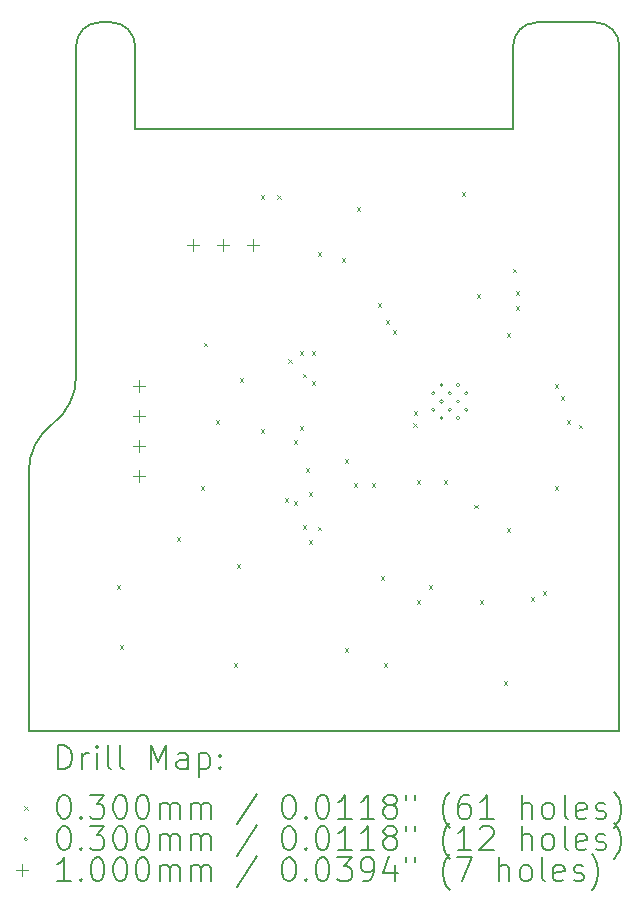
<source format=gbr>
%TF.GenerationSoftware,KiCad,Pcbnew,9.0.0-9.0.0-2~ubuntu24.04.1*%
%TF.CreationDate,2025-03-07T10:51:01+01:00*%
%TF.ProjectId,SensorBoard,53656e73-6f72-4426-9f61-72642e6b6963,rev?*%
%TF.SameCoordinates,Original*%
%TF.FileFunction,Drillmap*%
%TF.FilePolarity,Positive*%
%FSLAX45Y45*%
G04 Gerber Fmt 4.5, Leading zero omitted, Abs format (unit mm)*
G04 Created by KiCad (PCBNEW 9.0.0-9.0.0-2~ubuntu24.04.1) date 2025-03-07 10:51:01*
%MOMM*%
%LPD*%
G01*
G04 APERTURE LIST*
%ADD10C,0.200000*%
%ADD11C,0.100000*%
G04 APERTURE END LIST*
D10*
X18629500Y-8147000D02*
G75*
G02*
X18829500Y-8347000I0J-200000D01*
G01*
X14229500Y-8347000D02*
X14229500Y-11147000D01*
X18129500Y-8147000D02*
X18629500Y-8147000D01*
X18829500Y-8347000D02*
X18829500Y-14147000D01*
X14529500Y-8147000D02*
X14429500Y-8147000D01*
X18829500Y-14147000D02*
X13829500Y-14147000D01*
X14229500Y-11147000D02*
G75*
G02*
X14029500Y-11547000I-500000J0D01*
G01*
X17929500Y-8347000D02*
G75*
G02*
X18129500Y-8147000I200000J0D01*
G01*
X14529500Y-8147000D02*
G75*
G02*
X14729500Y-8347000I0J-200000D01*
G01*
X13829500Y-11947000D02*
X13829500Y-14147000D01*
X13829500Y-11947000D02*
G75*
G02*
X14029500Y-11547000I500000J0D01*
G01*
X14729500Y-9047000D02*
X17929500Y-9047000D01*
X17929500Y-9047000D02*
X17929500Y-8347000D01*
X14229500Y-8347000D02*
G75*
G02*
X14429500Y-8147000I200000J0D01*
G01*
X14729500Y-8347000D02*
X14729500Y-9047000D01*
D11*
X14572700Y-12912800D02*
X14602700Y-12942800D01*
X14602700Y-12912800D02*
X14572700Y-12942800D01*
X14598100Y-13420800D02*
X14628100Y-13450800D01*
X14628100Y-13420800D02*
X14598100Y-13450800D01*
X15080700Y-12506400D02*
X15110700Y-12536400D01*
X15110700Y-12506400D02*
X15080700Y-12536400D01*
X15283900Y-12074600D02*
X15313900Y-12104600D01*
X15313900Y-12074600D02*
X15283900Y-12104600D01*
X15312800Y-10856950D02*
X15342800Y-10886950D01*
X15342800Y-10856950D02*
X15312800Y-10886950D01*
X15410900Y-11515800D02*
X15440900Y-11545800D01*
X15440900Y-11515800D02*
X15410900Y-11545800D01*
X15563300Y-13573200D02*
X15593300Y-13603200D01*
X15593300Y-13573200D02*
X15563300Y-13603200D01*
X15588700Y-12735000D02*
X15618700Y-12765000D01*
X15618700Y-12735000D02*
X15588700Y-12765000D01*
X15614100Y-11160200D02*
X15644100Y-11190200D01*
X15644100Y-11160200D02*
X15614100Y-11190200D01*
X15791900Y-9610800D02*
X15821900Y-9640800D01*
X15821900Y-9610800D02*
X15791900Y-9640800D01*
X15791900Y-11592000D02*
X15821900Y-11622000D01*
X15821900Y-11592000D02*
X15791900Y-11622000D01*
X15931500Y-9610800D02*
X15961500Y-9640800D01*
X15961500Y-9610800D02*
X15931500Y-9640800D01*
X15995100Y-12176200D02*
X16025100Y-12206200D01*
X16025100Y-12176200D02*
X15995100Y-12206200D01*
X16026200Y-10996850D02*
X16056200Y-11026850D01*
X16056200Y-10996850D02*
X16026200Y-11026850D01*
X16071300Y-11684673D02*
X16101300Y-11714673D01*
X16101300Y-11684673D02*
X16071300Y-11714673D01*
X16071300Y-12201600D02*
X16101300Y-12231600D01*
X16101300Y-12201600D02*
X16071300Y-12231600D01*
X16122100Y-10931600D02*
X16152100Y-10961600D01*
X16152100Y-10931600D02*
X16122100Y-10961600D01*
X16122100Y-11566600D02*
X16152100Y-11596600D01*
X16152100Y-11566600D02*
X16122100Y-11596600D01*
X16147500Y-11121850D02*
X16177500Y-11151850D01*
X16177500Y-11121850D02*
X16147500Y-11151850D01*
X16147500Y-12404800D02*
X16177500Y-12434800D01*
X16177500Y-12404800D02*
X16147500Y-12434800D01*
X16172900Y-11922200D02*
X16202900Y-11952200D01*
X16202900Y-11922200D02*
X16172900Y-11952200D01*
X16198300Y-12125400D02*
X16228300Y-12155400D01*
X16228300Y-12125400D02*
X16198300Y-12155400D01*
X16198300Y-12531800D02*
X16228300Y-12561800D01*
X16228300Y-12531800D02*
X16198300Y-12561800D01*
X16223700Y-10931600D02*
X16253700Y-10961600D01*
X16253700Y-10931600D02*
X16223700Y-10961600D01*
X16223700Y-11185600D02*
X16253700Y-11215600D01*
X16253700Y-11185600D02*
X16223700Y-11215600D01*
X16274500Y-10093300D02*
X16304500Y-10123300D01*
X16304500Y-10093300D02*
X16274500Y-10123300D01*
X16274500Y-12417500D02*
X16304500Y-12447500D01*
X16304500Y-12417500D02*
X16274500Y-12447500D01*
X16477700Y-10144200D02*
X16507700Y-10174200D01*
X16507700Y-10144200D02*
X16477700Y-10174200D01*
X16503100Y-11846000D02*
X16533100Y-11876000D01*
X16533100Y-11846000D02*
X16503100Y-11876000D01*
X16503100Y-13446200D02*
X16533100Y-13476200D01*
X16533100Y-13446200D02*
X16503100Y-13476200D01*
X16579300Y-12049200D02*
X16609300Y-12079200D01*
X16609300Y-12049200D02*
X16579300Y-12079200D01*
X16604700Y-9712400D02*
X16634700Y-9742400D01*
X16634700Y-9712400D02*
X16604700Y-9742400D01*
X16731700Y-12049200D02*
X16761700Y-12079200D01*
X16761700Y-12049200D02*
X16731700Y-12079200D01*
X16782500Y-10525200D02*
X16812500Y-10555200D01*
X16812500Y-10525200D02*
X16782500Y-10555200D01*
X16807900Y-12836600D02*
X16837900Y-12866600D01*
X16837900Y-12836600D02*
X16807900Y-12866600D01*
X16833300Y-13573200D02*
X16863300Y-13603200D01*
X16863300Y-13573200D02*
X16833300Y-13603200D01*
X16850732Y-10668400D02*
X16880732Y-10698400D01*
X16880732Y-10668400D02*
X16850732Y-10698400D01*
X16909500Y-10753800D02*
X16939500Y-10783800D01*
X16939500Y-10753800D02*
X16909500Y-10783800D01*
X17085800Y-11541200D02*
X17115800Y-11571200D01*
X17115800Y-11541200D02*
X17085800Y-11571200D01*
X17087300Y-11439600D02*
X17117300Y-11469600D01*
X17117300Y-11439600D02*
X17087300Y-11469600D01*
X17112700Y-12023800D02*
X17142700Y-12053800D01*
X17142700Y-12023800D02*
X17112700Y-12053800D01*
X17112700Y-13039800D02*
X17142700Y-13069800D01*
X17142700Y-13039800D02*
X17112700Y-13069800D01*
X17214300Y-12912800D02*
X17244300Y-12942800D01*
X17244300Y-12912800D02*
X17214300Y-12942800D01*
X17341300Y-12023800D02*
X17371300Y-12053800D01*
X17371300Y-12023800D02*
X17341300Y-12053800D01*
X17493700Y-9585400D02*
X17523700Y-9615400D01*
X17523700Y-9585400D02*
X17493700Y-9615400D01*
X17599627Y-12231326D02*
X17629627Y-12261326D01*
X17629627Y-12231326D02*
X17599627Y-12261326D01*
X17620700Y-10449000D02*
X17650700Y-10479000D01*
X17650700Y-10449000D02*
X17620700Y-10479000D01*
X17646100Y-13039800D02*
X17676100Y-13069800D01*
X17676100Y-13039800D02*
X17646100Y-13069800D01*
X17849300Y-13725600D02*
X17879300Y-13755600D01*
X17879300Y-13725600D02*
X17849300Y-13755600D01*
X17874700Y-10779200D02*
X17904700Y-10809200D01*
X17904700Y-10779200D02*
X17874700Y-10809200D01*
X17874700Y-12430200D02*
X17904700Y-12460200D01*
X17904700Y-12430200D02*
X17874700Y-12460200D01*
X17925500Y-10233100D02*
X17955500Y-10263100D01*
X17955500Y-10233100D02*
X17925500Y-10263100D01*
X17950900Y-10423600D02*
X17980900Y-10453600D01*
X17980900Y-10423600D02*
X17950900Y-10453600D01*
X17950900Y-10550600D02*
X17980900Y-10580600D01*
X17980900Y-10550600D02*
X17950900Y-10580600D01*
X18077900Y-13014400D02*
X18107900Y-13044400D01*
X18107900Y-13014400D02*
X18077900Y-13044400D01*
X18179500Y-12963600D02*
X18209500Y-12993600D01*
X18209500Y-12963600D02*
X18179500Y-12993600D01*
X18281100Y-11211000D02*
X18311100Y-11241000D01*
X18311100Y-11211000D02*
X18281100Y-11241000D01*
X18281100Y-12074600D02*
X18311100Y-12104600D01*
X18311100Y-12074600D02*
X18281100Y-12104600D01*
X18331900Y-11312600D02*
X18361900Y-11342600D01*
X18361900Y-11312600D02*
X18331900Y-11342600D01*
X18382700Y-11515800D02*
X18412700Y-11545800D01*
X18412700Y-11515800D02*
X18382700Y-11545800D01*
X18485800Y-11553806D02*
X18515800Y-11583806D01*
X18515800Y-11553806D02*
X18485800Y-11583806D01*
X17268300Y-11285600D02*
G75*
G02*
X17238300Y-11285600I-15000J0D01*
G01*
X17238300Y-11285600D02*
G75*
G02*
X17268300Y-11285600I15000J0D01*
G01*
X17268300Y-11425600D02*
G75*
G02*
X17238300Y-11425600I-15000J0D01*
G01*
X17238300Y-11425600D02*
G75*
G02*
X17268300Y-11425600I15000J0D01*
G01*
X17338300Y-11215600D02*
G75*
G02*
X17308300Y-11215600I-15000J0D01*
G01*
X17308300Y-11215600D02*
G75*
G02*
X17338300Y-11215600I15000J0D01*
G01*
X17338300Y-11355600D02*
G75*
G02*
X17308300Y-11355600I-15000J0D01*
G01*
X17308300Y-11355600D02*
G75*
G02*
X17338300Y-11355600I15000J0D01*
G01*
X17338300Y-11495600D02*
G75*
G02*
X17308300Y-11495600I-15000J0D01*
G01*
X17308300Y-11495600D02*
G75*
G02*
X17338300Y-11495600I15000J0D01*
G01*
X17408300Y-11285600D02*
G75*
G02*
X17378300Y-11285600I-15000J0D01*
G01*
X17378300Y-11285600D02*
G75*
G02*
X17408300Y-11285600I15000J0D01*
G01*
X17408300Y-11425600D02*
G75*
G02*
X17378300Y-11425600I-15000J0D01*
G01*
X17378300Y-11425600D02*
G75*
G02*
X17408300Y-11425600I15000J0D01*
G01*
X17478300Y-11215600D02*
G75*
G02*
X17448300Y-11215600I-15000J0D01*
G01*
X17448300Y-11215600D02*
G75*
G02*
X17478300Y-11215600I15000J0D01*
G01*
X17478300Y-11355600D02*
G75*
G02*
X17448300Y-11355600I-15000J0D01*
G01*
X17448300Y-11355600D02*
G75*
G02*
X17478300Y-11355600I15000J0D01*
G01*
X17478300Y-11495600D02*
G75*
G02*
X17448300Y-11495600I-15000J0D01*
G01*
X17448300Y-11495600D02*
G75*
G02*
X17478300Y-11495600I15000J0D01*
G01*
X17548300Y-11285600D02*
G75*
G02*
X17518300Y-11285600I-15000J0D01*
G01*
X17518300Y-11285600D02*
G75*
G02*
X17548300Y-11285600I15000J0D01*
G01*
X17548300Y-11425600D02*
G75*
G02*
X17518300Y-11425600I-15000J0D01*
G01*
X17518300Y-11425600D02*
G75*
G02*
X17548300Y-11425600I15000J0D01*
G01*
X14765500Y-11177000D02*
X14765500Y-11277000D01*
X14715500Y-11227000D02*
X14815500Y-11227000D01*
X14765500Y-11431000D02*
X14765500Y-11531000D01*
X14715500Y-11481000D02*
X14815500Y-11481000D01*
X14765500Y-11685000D02*
X14765500Y-11785000D01*
X14715500Y-11735000D02*
X14815500Y-11735000D01*
X14765500Y-11939000D02*
X14765500Y-12039000D01*
X14715500Y-11989000D02*
X14815500Y-11989000D01*
X15222700Y-9982200D02*
X15222700Y-10082200D01*
X15172700Y-10032200D02*
X15272700Y-10032200D01*
X15476700Y-9982200D02*
X15476700Y-10082200D01*
X15426700Y-10032200D02*
X15526700Y-10032200D01*
X15730700Y-9982200D02*
X15730700Y-10082200D01*
X15680700Y-10032200D02*
X15780700Y-10032200D01*
D10*
X14080277Y-14468484D02*
X14080277Y-14268484D01*
X14080277Y-14268484D02*
X14127896Y-14268484D01*
X14127896Y-14268484D02*
X14156467Y-14278008D01*
X14156467Y-14278008D02*
X14175515Y-14297055D01*
X14175515Y-14297055D02*
X14185039Y-14316103D01*
X14185039Y-14316103D02*
X14194562Y-14354198D01*
X14194562Y-14354198D02*
X14194562Y-14382769D01*
X14194562Y-14382769D02*
X14185039Y-14420865D01*
X14185039Y-14420865D02*
X14175515Y-14439912D01*
X14175515Y-14439912D02*
X14156467Y-14458960D01*
X14156467Y-14458960D02*
X14127896Y-14468484D01*
X14127896Y-14468484D02*
X14080277Y-14468484D01*
X14280277Y-14468484D02*
X14280277Y-14335150D01*
X14280277Y-14373246D02*
X14289801Y-14354198D01*
X14289801Y-14354198D02*
X14299324Y-14344674D01*
X14299324Y-14344674D02*
X14318372Y-14335150D01*
X14318372Y-14335150D02*
X14337420Y-14335150D01*
X14404086Y-14468484D02*
X14404086Y-14335150D01*
X14404086Y-14268484D02*
X14394562Y-14278008D01*
X14394562Y-14278008D02*
X14404086Y-14287531D01*
X14404086Y-14287531D02*
X14413610Y-14278008D01*
X14413610Y-14278008D02*
X14404086Y-14268484D01*
X14404086Y-14268484D02*
X14404086Y-14287531D01*
X14527896Y-14468484D02*
X14508848Y-14458960D01*
X14508848Y-14458960D02*
X14499324Y-14439912D01*
X14499324Y-14439912D02*
X14499324Y-14268484D01*
X14632658Y-14468484D02*
X14613610Y-14458960D01*
X14613610Y-14458960D02*
X14604086Y-14439912D01*
X14604086Y-14439912D02*
X14604086Y-14268484D01*
X14861229Y-14468484D02*
X14861229Y-14268484D01*
X14861229Y-14268484D02*
X14927896Y-14411341D01*
X14927896Y-14411341D02*
X14994562Y-14268484D01*
X14994562Y-14268484D02*
X14994562Y-14468484D01*
X15175515Y-14468484D02*
X15175515Y-14363722D01*
X15175515Y-14363722D02*
X15165991Y-14344674D01*
X15165991Y-14344674D02*
X15146943Y-14335150D01*
X15146943Y-14335150D02*
X15108848Y-14335150D01*
X15108848Y-14335150D02*
X15089801Y-14344674D01*
X15175515Y-14458960D02*
X15156467Y-14468484D01*
X15156467Y-14468484D02*
X15108848Y-14468484D01*
X15108848Y-14468484D02*
X15089801Y-14458960D01*
X15089801Y-14458960D02*
X15080277Y-14439912D01*
X15080277Y-14439912D02*
X15080277Y-14420865D01*
X15080277Y-14420865D02*
X15089801Y-14401817D01*
X15089801Y-14401817D02*
X15108848Y-14392293D01*
X15108848Y-14392293D02*
X15156467Y-14392293D01*
X15156467Y-14392293D02*
X15175515Y-14382769D01*
X15270753Y-14335150D02*
X15270753Y-14535150D01*
X15270753Y-14344674D02*
X15289801Y-14335150D01*
X15289801Y-14335150D02*
X15327896Y-14335150D01*
X15327896Y-14335150D02*
X15346943Y-14344674D01*
X15346943Y-14344674D02*
X15356467Y-14354198D01*
X15356467Y-14354198D02*
X15365991Y-14373246D01*
X15365991Y-14373246D02*
X15365991Y-14430388D01*
X15365991Y-14430388D02*
X15356467Y-14449436D01*
X15356467Y-14449436D02*
X15346943Y-14458960D01*
X15346943Y-14458960D02*
X15327896Y-14468484D01*
X15327896Y-14468484D02*
X15289801Y-14468484D01*
X15289801Y-14468484D02*
X15270753Y-14458960D01*
X15451705Y-14449436D02*
X15461229Y-14458960D01*
X15461229Y-14458960D02*
X15451705Y-14468484D01*
X15451705Y-14468484D02*
X15442182Y-14458960D01*
X15442182Y-14458960D02*
X15451705Y-14449436D01*
X15451705Y-14449436D02*
X15451705Y-14468484D01*
X15451705Y-14344674D02*
X15461229Y-14354198D01*
X15461229Y-14354198D02*
X15451705Y-14363722D01*
X15451705Y-14363722D02*
X15442182Y-14354198D01*
X15442182Y-14354198D02*
X15451705Y-14344674D01*
X15451705Y-14344674D02*
X15451705Y-14363722D01*
D11*
X13789500Y-14782000D02*
X13819500Y-14812000D01*
X13819500Y-14782000D02*
X13789500Y-14812000D01*
D10*
X14118372Y-14688484D02*
X14137420Y-14688484D01*
X14137420Y-14688484D02*
X14156467Y-14698008D01*
X14156467Y-14698008D02*
X14165991Y-14707531D01*
X14165991Y-14707531D02*
X14175515Y-14726579D01*
X14175515Y-14726579D02*
X14185039Y-14764674D01*
X14185039Y-14764674D02*
X14185039Y-14812293D01*
X14185039Y-14812293D02*
X14175515Y-14850388D01*
X14175515Y-14850388D02*
X14165991Y-14869436D01*
X14165991Y-14869436D02*
X14156467Y-14878960D01*
X14156467Y-14878960D02*
X14137420Y-14888484D01*
X14137420Y-14888484D02*
X14118372Y-14888484D01*
X14118372Y-14888484D02*
X14099324Y-14878960D01*
X14099324Y-14878960D02*
X14089801Y-14869436D01*
X14089801Y-14869436D02*
X14080277Y-14850388D01*
X14080277Y-14850388D02*
X14070753Y-14812293D01*
X14070753Y-14812293D02*
X14070753Y-14764674D01*
X14070753Y-14764674D02*
X14080277Y-14726579D01*
X14080277Y-14726579D02*
X14089801Y-14707531D01*
X14089801Y-14707531D02*
X14099324Y-14698008D01*
X14099324Y-14698008D02*
X14118372Y-14688484D01*
X14270753Y-14869436D02*
X14280277Y-14878960D01*
X14280277Y-14878960D02*
X14270753Y-14888484D01*
X14270753Y-14888484D02*
X14261229Y-14878960D01*
X14261229Y-14878960D02*
X14270753Y-14869436D01*
X14270753Y-14869436D02*
X14270753Y-14888484D01*
X14346943Y-14688484D02*
X14470753Y-14688484D01*
X14470753Y-14688484D02*
X14404086Y-14764674D01*
X14404086Y-14764674D02*
X14432658Y-14764674D01*
X14432658Y-14764674D02*
X14451705Y-14774198D01*
X14451705Y-14774198D02*
X14461229Y-14783722D01*
X14461229Y-14783722D02*
X14470753Y-14802769D01*
X14470753Y-14802769D02*
X14470753Y-14850388D01*
X14470753Y-14850388D02*
X14461229Y-14869436D01*
X14461229Y-14869436D02*
X14451705Y-14878960D01*
X14451705Y-14878960D02*
X14432658Y-14888484D01*
X14432658Y-14888484D02*
X14375515Y-14888484D01*
X14375515Y-14888484D02*
X14356467Y-14878960D01*
X14356467Y-14878960D02*
X14346943Y-14869436D01*
X14594562Y-14688484D02*
X14613610Y-14688484D01*
X14613610Y-14688484D02*
X14632658Y-14698008D01*
X14632658Y-14698008D02*
X14642182Y-14707531D01*
X14642182Y-14707531D02*
X14651705Y-14726579D01*
X14651705Y-14726579D02*
X14661229Y-14764674D01*
X14661229Y-14764674D02*
X14661229Y-14812293D01*
X14661229Y-14812293D02*
X14651705Y-14850388D01*
X14651705Y-14850388D02*
X14642182Y-14869436D01*
X14642182Y-14869436D02*
X14632658Y-14878960D01*
X14632658Y-14878960D02*
X14613610Y-14888484D01*
X14613610Y-14888484D02*
X14594562Y-14888484D01*
X14594562Y-14888484D02*
X14575515Y-14878960D01*
X14575515Y-14878960D02*
X14565991Y-14869436D01*
X14565991Y-14869436D02*
X14556467Y-14850388D01*
X14556467Y-14850388D02*
X14546943Y-14812293D01*
X14546943Y-14812293D02*
X14546943Y-14764674D01*
X14546943Y-14764674D02*
X14556467Y-14726579D01*
X14556467Y-14726579D02*
X14565991Y-14707531D01*
X14565991Y-14707531D02*
X14575515Y-14698008D01*
X14575515Y-14698008D02*
X14594562Y-14688484D01*
X14785039Y-14688484D02*
X14804086Y-14688484D01*
X14804086Y-14688484D02*
X14823134Y-14698008D01*
X14823134Y-14698008D02*
X14832658Y-14707531D01*
X14832658Y-14707531D02*
X14842182Y-14726579D01*
X14842182Y-14726579D02*
X14851705Y-14764674D01*
X14851705Y-14764674D02*
X14851705Y-14812293D01*
X14851705Y-14812293D02*
X14842182Y-14850388D01*
X14842182Y-14850388D02*
X14832658Y-14869436D01*
X14832658Y-14869436D02*
X14823134Y-14878960D01*
X14823134Y-14878960D02*
X14804086Y-14888484D01*
X14804086Y-14888484D02*
X14785039Y-14888484D01*
X14785039Y-14888484D02*
X14765991Y-14878960D01*
X14765991Y-14878960D02*
X14756467Y-14869436D01*
X14756467Y-14869436D02*
X14746943Y-14850388D01*
X14746943Y-14850388D02*
X14737420Y-14812293D01*
X14737420Y-14812293D02*
X14737420Y-14764674D01*
X14737420Y-14764674D02*
X14746943Y-14726579D01*
X14746943Y-14726579D02*
X14756467Y-14707531D01*
X14756467Y-14707531D02*
X14765991Y-14698008D01*
X14765991Y-14698008D02*
X14785039Y-14688484D01*
X14937420Y-14888484D02*
X14937420Y-14755150D01*
X14937420Y-14774198D02*
X14946943Y-14764674D01*
X14946943Y-14764674D02*
X14965991Y-14755150D01*
X14965991Y-14755150D02*
X14994563Y-14755150D01*
X14994563Y-14755150D02*
X15013610Y-14764674D01*
X15013610Y-14764674D02*
X15023134Y-14783722D01*
X15023134Y-14783722D02*
X15023134Y-14888484D01*
X15023134Y-14783722D02*
X15032658Y-14764674D01*
X15032658Y-14764674D02*
X15051705Y-14755150D01*
X15051705Y-14755150D02*
X15080277Y-14755150D01*
X15080277Y-14755150D02*
X15099324Y-14764674D01*
X15099324Y-14764674D02*
X15108848Y-14783722D01*
X15108848Y-14783722D02*
X15108848Y-14888484D01*
X15204086Y-14888484D02*
X15204086Y-14755150D01*
X15204086Y-14774198D02*
X15213610Y-14764674D01*
X15213610Y-14764674D02*
X15232658Y-14755150D01*
X15232658Y-14755150D02*
X15261229Y-14755150D01*
X15261229Y-14755150D02*
X15280277Y-14764674D01*
X15280277Y-14764674D02*
X15289801Y-14783722D01*
X15289801Y-14783722D02*
X15289801Y-14888484D01*
X15289801Y-14783722D02*
X15299324Y-14764674D01*
X15299324Y-14764674D02*
X15318372Y-14755150D01*
X15318372Y-14755150D02*
X15346943Y-14755150D01*
X15346943Y-14755150D02*
X15365991Y-14764674D01*
X15365991Y-14764674D02*
X15375515Y-14783722D01*
X15375515Y-14783722D02*
X15375515Y-14888484D01*
X15765991Y-14678960D02*
X15594563Y-14936103D01*
X16023134Y-14688484D02*
X16042182Y-14688484D01*
X16042182Y-14688484D02*
X16061229Y-14698008D01*
X16061229Y-14698008D02*
X16070753Y-14707531D01*
X16070753Y-14707531D02*
X16080277Y-14726579D01*
X16080277Y-14726579D02*
X16089801Y-14764674D01*
X16089801Y-14764674D02*
X16089801Y-14812293D01*
X16089801Y-14812293D02*
X16080277Y-14850388D01*
X16080277Y-14850388D02*
X16070753Y-14869436D01*
X16070753Y-14869436D02*
X16061229Y-14878960D01*
X16061229Y-14878960D02*
X16042182Y-14888484D01*
X16042182Y-14888484D02*
X16023134Y-14888484D01*
X16023134Y-14888484D02*
X16004086Y-14878960D01*
X16004086Y-14878960D02*
X15994563Y-14869436D01*
X15994563Y-14869436D02*
X15985039Y-14850388D01*
X15985039Y-14850388D02*
X15975515Y-14812293D01*
X15975515Y-14812293D02*
X15975515Y-14764674D01*
X15975515Y-14764674D02*
X15985039Y-14726579D01*
X15985039Y-14726579D02*
X15994563Y-14707531D01*
X15994563Y-14707531D02*
X16004086Y-14698008D01*
X16004086Y-14698008D02*
X16023134Y-14688484D01*
X16175515Y-14869436D02*
X16185039Y-14878960D01*
X16185039Y-14878960D02*
X16175515Y-14888484D01*
X16175515Y-14888484D02*
X16165991Y-14878960D01*
X16165991Y-14878960D02*
X16175515Y-14869436D01*
X16175515Y-14869436D02*
X16175515Y-14888484D01*
X16308848Y-14688484D02*
X16327896Y-14688484D01*
X16327896Y-14688484D02*
X16346944Y-14698008D01*
X16346944Y-14698008D02*
X16356467Y-14707531D01*
X16356467Y-14707531D02*
X16365991Y-14726579D01*
X16365991Y-14726579D02*
X16375515Y-14764674D01*
X16375515Y-14764674D02*
X16375515Y-14812293D01*
X16375515Y-14812293D02*
X16365991Y-14850388D01*
X16365991Y-14850388D02*
X16356467Y-14869436D01*
X16356467Y-14869436D02*
X16346944Y-14878960D01*
X16346944Y-14878960D02*
X16327896Y-14888484D01*
X16327896Y-14888484D02*
X16308848Y-14888484D01*
X16308848Y-14888484D02*
X16289801Y-14878960D01*
X16289801Y-14878960D02*
X16280277Y-14869436D01*
X16280277Y-14869436D02*
X16270753Y-14850388D01*
X16270753Y-14850388D02*
X16261229Y-14812293D01*
X16261229Y-14812293D02*
X16261229Y-14764674D01*
X16261229Y-14764674D02*
X16270753Y-14726579D01*
X16270753Y-14726579D02*
X16280277Y-14707531D01*
X16280277Y-14707531D02*
X16289801Y-14698008D01*
X16289801Y-14698008D02*
X16308848Y-14688484D01*
X16565991Y-14888484D02*
X16451706Y-14888484D01*
X16508848Y-14888484D02*
X16508848Y-14688484D01*
X16508848Y-14688484D02*
X16489801Y-14717055D01*
X16489801Y-14717055D02*
X16470753Y-14736103D01*
X16470753Y-14736103D02*
X16451706Y-14745627D01*
X16756467Y-14888484D02*
X16642182Y-14888484D01*
X16699325Y-14888484D02*
X16699325Y-14688484D01*
X16699325Y-14688484D02*
X16680277Y-14717055D01*
X16680277Y-14717055D02*
X16661229Y-14736103D01*
X16661229Y-14736103D02*
X16642182Y-14745627D01*
X16870753Y-14774198D02*
X16851706Y-14764674D01*
X16851706Y-14764674D02*
X16842182Y-14755150D01*
X16842182Y-14755150D02*
X16832658Y-14736103D01*
X16832658Y-14736103D02*
X16832658Y-14726579D01*
X16832658Y-14726579D02*
X16842182Y-14707531D01*
X16842182Y-14707531D02*
X16851706Y-14698008D01*
X16851706Y-14698008D02*
X16870753Y-14688484D01*
X16870753Y-14688484D02*
X16908849Y-14688484D01*
X16908849Y-14688484D02*
X16927896Y-14698008D01*
X16927896Y-14698008D02*
X16937420Y-14707531D01*
X16937420Y-14707531D02*
X16946944Y-14726579D01*
X16946944Y-14726579D02*
X16946944Y-14736103D01*
X16946944Y-14736103D02*
X16937420Y-14755150D01*
X16937420Y-14755150D02*
X16927896Y-14764674D01*
X16927896Y-14764674D02*
X16908849Y-14774198D01*
X16908849Y-14774198D02*
X16870753Y-14774198D01*
X16870753Y-14774198D02*
X16851706Y-14783722D01*
X16851706Y-14783722D02*
X16842182Y-14793246D01*
X16842182Y-14793246D02*
X16832658Y-14812293D01*
X16832658Y-14812293D02*
X16832658Y-14850388D01*
X16832658Y-14850388D02*
X16842182Y-14869436D01*
X16842182Y-14869436D02*
X16851706Y-14878960D01*
X16851706Y-14878960D02*
X16870753Y-14888484D01*
X16870753Y-14888484D02*
X16908849Y-14888484D01*
X16908849Y-14888484D02*
X16927896Y-14878960D01*
X16927896Y-14878960D02*
X16937420Y-14869436D01*
X16937420Y-14869436D02*
X16946944Y-14850388D01*
X16946944Y-14850388D02*
X16946944Y-14812293D01*
X16946944Y-14812293D02*
X16937420Y-14793246D01*
X16937420Y-14793246D02*
X16927896Y-14783722D01*
X16927896Y-14783722D02*
X16908849Y-14774198D01*
X17023134Y-14688484D02*
X17023134Y-14726579D01*
X17099325Y-14688484D02*
X17099325Y-14726579D01*
X17394563Y-14964674D02*
X17385039Y-14955150D01*
X17385039Y-14955150D02*
X17365991Y-14926579D01*
X17365991Y-14926579D02*
X17356468Y-14907531D01*
X17356468Y-14907531D02*
X17346944Y-14878960D01*
X17346944Y-14878960D02*
X17337420Y-14831341D01*
X17337420Y-14831341D02*
X17337420Y-14793246D01*
X17337420Y-14793246D02*
X17346944Y-14745627D01*
X17346944Y-14745627D02*
X17356468Y-14717055D01*
X17356468Y-14717055D02*
X17365991Y-14698008D01*
X17365991Y-14698008D02*
X17385039Y-14669436D01*
X17385039Y-14669436D02*
X17394563Y-14659912D01*
X17556468Y-14688484D02*
X17518372Y-14688484D01*
X17518372Y-14688484D02*
X17499325Y-14698008D01*
X17499325Y-14698008D02*
X17489801Y-14707531D01*
X17489801Y-14707531D02*
X17470753Y-14736103D01*
X17470753Y-14736103D02*
X17461230Y-14774198D01*
X17461230Y-14774198D02*
X17461230Y-14850388D01*
X17461230Y-14850388D02*
X17470753Y-14869436D01*
X17470753Y-14869436D02*
X17480277Y-14878960D01*
X17480277Y-14878960D02*
X17499325Y-14888484D01*
X17499325Y-14888484D02*
X17537420Y-14888484D01*
X17537420Y-14888484D02*
X17556468Y-14878960D01*
X17556468Y-14878960D02*
X17565991Y-14869436D01*
X17565991Y-14869436D02*
X17575515Y-14850388D01*
X17575515Y-14850388D02*
X17575515Y-14802769D01*
X17575515Y-14802769D02*
X17565991Y-14783722D01*
X17565991Y-14783722D02*
X17556468Y-14774198D01*
X17556468Y-14774198D02*
X17537420Y-14764674D01*
X17537420Y-14764674D02*
X17499325Y-14764674D01*
X17499325Y-14764674D02*
X17480277Y-14774198D01*
X17480277Y-14774198D02*
X17470753Y-14783722D01*
X17470753Y-14783722D02*
X17461230Y-14802769D01*
X17765991Y-14888484D02*
X17651706Y-14888484D01*
X17708849Y-14888484D02*
X17708849Y-14688484D01*
X17708849Y-14688484D02*
X17689801Y-14717055D01*
X17689801Y-14717055D02*
X17670753Y-14736103D01*
X17670753Y-14736103D02*
X17651706Y-14745627D01*
X18004087Y-14888484D02*
X18004087Y-14688484D01*
X18089801Y-14888484D02*
X18089801Y-14783722D01*
X18089801Y-14783722D02*
X18080277Y-14764674D01*
X18080277Y-14764674D02*
X18061230Y-14755150D01*
X18061230Y-14755150D02*
X18032658Y-14755150D01*
X18032658Y-14755150D02*
X18013611Y-14764674D01*
X18013611Y-14764674D02*
X18004087Y-14774198D01*
X18213611Y-14888484D02*
X18194563Y-14878960D01*
X18194563Y-14878960D02*
X18185039Y-14869436D01*
X18185039Y-14869436D02*
X18175515Y-14850388D01*
X18175515Y-14850388D02*
X18175515Y-14793246D01*
X18175515Y-14793246D02*
X18185039Y-14774198D01*
X18185039Y-14774198D02*
X18194563Y-14764674D01*
X18194563Y-14764674D02*
X18213611Y-14755150D01*
X18213611Y-14755150D02*
X18242182Y-14755150D01*
X18242182Y-14755150D02*
X18261230Y-14764674D01*
X18261230Y-14764674D02*
X18270753Y-14774198D01*
X18270753Y-14774198D02*
X18280277Y-14793246D01*
X18280277Y-14793246D02*
X18280277Y-14850388D01*
X18280277Y-14850388D02*
X18270753Y-14869436D01*
X18270753Y-14869436D02*
X18261230Y-14878960D01*
X18261230Y-14878960D02*
X18242182Y-14888484D01*
X18242182Y-14888484D02*
X18213611Y-14888484D01*
X18394563Y-14888484D02*
X18375515Y-14878960D01*
X18375515Y-14878960D02*
X18365992Y-14859912D01*
X18365992Y-14859912D02*
X18365992Y-14688484D01*
X18546944Y-14878960D02*
X18527896Y-14888484D01*
X18527896Y-14888484D02*
X18489801Y-14888484D01*
X18489801Y-14888484D02*
X18470753Y-14878960D01*
X18470753Y-14878960D02*
X18461230Y-14859912D01*
X18461230Y-14859912D02*
X18461230Y-14783722D01*
X18461230Y-14783722D02*
X18470753Y-14764674D01*
X18470753Y-14764674D02*
X18489801Y-14755150D01*
X18489801Y-14755150D02*
X18527896Y-14755150D01*
X18527896Y-14755150D02*
X18546944Y-14764674D01*
X18546944Y-14764674D02*
X18556468Y-14783722D01*
X18556468Y-14783722D02*
X18556468Y-14802769D01*
X18556468Y-14802769D02*
X18461230Y-14821817D01*
X18632658Y-14878960D02*
X18651706Y-14888484D01*
X18651706Y-14888484D02*
X18689801Y-14888484D01*
X18689801Y-14888484D02*
X18708849Y-14878960D01*
X18708849Y-14878960D02*
X18718373Y-14859912D01*
X18718373Y-14859912D02*
X18718373Y-14850388D01*
X18718373Y-14850388D02*
X18708849Y-14831341D01*
X18708849Y-14831341D02*
X18689801Y-14821817D01*
X18689801Y-14821817D02*
X18661230Y-14821817D01*
X18661230Y-14821817D02*
X18642182Y-14812293D01*
X18642182Y-14812293D02*
X18632658Y-14793246D01*
X18632658Y-14793246D02*
X18632658Y-14783722D01*
X18632658Y-14783722D02*
X18642182Y-14764674D01*
X18642182Y-14764674D02*
X18661230Y-14755150D01*
X18661230Y-14755150D02*
X18689801Y-14755150D01*
X18689801Y-14755150D02*
X18708849Y-14764674D01*
X18785039Y-14964674D02*
X18794563Y-14955150D01*
X18794563Y-14955150D02*
X18813611Y-14926579D01*
X18813611Y-14926579D02*
X18823134Y-14907531D01*
X18823134Y-14907531D02*
X18832658Y-14878960D01*
X18832658Y-14878960D02*
X18842182Y-14831341D01*
X18842182Y-14831341D02*
X18842182Y-14793246D01*
X18842182Y-14793246D02*
X18832658Y-14745627D01*
X18832658Y-14745627D02*
X18823134Y-14717055D01*
X18823134Y-14717055D02*
X18813611Y-14698008D01*
X18813611Y-14698008D02*
X18794563Y-14669436D01*
X18794563Y-14669436D02*
X18785039Y-14659912D01*
D11*
X13819500Y-15061000D02*
G75*
G02*
X13789500Y-15061000I-15000J0D01*
G01*
X13789500Y-15061000D02*
G75*
G02*
X13819500Y-15061000I15000J0D01*
G01*
D10*
X14118372Y-14952484D02*
X14137420Y-14952484D01*
X14137420Y-14952484D02*
X14156467Y-14962008D01*
X14156467Y-14962008D02*
X14165991Y-14971531D01*
X14165991Y-14971531D02*
X14175515Y-14990579D01*
X14175515Y-14990579D02*
X14185039Y-15028674D01*
X14185039Y-15028674D02*
X14185039Y-15076293D01*
X14185039Y-15076293D02*
X14175515Y-15114388D01*
X14175515Y-15114388D02*
X14165991Y-15133436D01*
X14165991Y-15133436D02*
X14156467Y-15142960D01*
X14156467Y-15142960D02*
X14137420Y-15152484D01*
X14137420Y-15152484D02*
X14118372Y-15152484D01*
X14118372Y-15152484D02*
X14099324Y-15142960D01*
X14099324Y-15142960D02*
X14089801Y-15133436D01*
X14089801Y-15133436D02*
X14080277Y-15114388D01*
X14080277Y-15114388D02*
X14070753Y-15076293D01*
X14070753Y-15076293D02*
X14070753Y-15028674D01*
X14070753Y-15028674D02*
X14080277Y-14990579D01*
X14080277Y-14990579D02*
X14089801Y-14971531D01*
X14089801Y-14971531D02*
X14099324Y-14962008D01*
X14099324Y-14962008D02*
X14118372Y-14952484D01*
X14270753Y-15133436D02*
X14280277Y-15142960D01*
X14280277Y-15142960D02*
X14270753Y-15152484D01*
X14270753Y-15152484D02*
X14261229Y-15142960D01*
X14261229Y-15142960D02*
X14270753Y-15133436D01*
X14270753Y-15133436D02*
X14270753Y-15152484D01*
X14346943Y-14952484D02*
X14470753Y-14952484D01*
X14470753Y-14952484D02*
X14404086Y-15028674D01*
X14404086Y-15028674D02*
X14432658Y-15028674D01*
X14432658Y-15028674D02*
X14451705Y-15038198D01*
X14451705Y-15038198D02*
X14461229Y-15047722D01*
X14461229Y-15047722D02*
X14470753Y-15066769D01*
X14470753Y-15066769D02*
X14470753Y-15114388D01*
X14470753Y-15114388D02*
X14461229Y-15133436D01*
X14461229Y-15133436D02*
X14451705Y-15142960D01*
X14451705Y-15142960D02*
X14432658Y-15152484D01*
X14432658Y-15152484D02*
X14375515Y-15152484D01*
X14375515Y-15152484D02*
X14356467Y-15142960D01*
X14356467Y-15142960D02*
X14346943Y-15133436D01*
X14594562Y-14952484D02*
X14613610Y-14952484D01*
X14613610Y-14952484D02*
X14632658Y-14962008D01*
X14632658Y-14962008D02*
X14642182Y-14971531D01*
X14642182Y-14971531D02*
X14651705Y-14990579D01*
X14651705Y-14990579D02*
X14661229Y-15028674D01*
X14661229Y-15028674D02*
X14661229Y-15076293D01*
X14661229Y-15076293D02*
X14651705Y-15114388D01*
X14651705Y-15114388D02*
X14642182Y-15133436D01*
X14642182Y-15133436D02*
X14632658Y-15142960D01*
X14632658Y-15142960D02*
X14613610Y-15152484D01*
X14613610Y-15152484D02*
X14594562Y-15152484D01*
X14594562Y-15152484D02*
X14575515Y-15142960D01*
X14575515Y-15142960D02*
X14565991Y-15133436D01*
X14565991Y-15133436D02*
X14556467Y-15114388D01*
X14556467Y-15114388D02*
X14546943Y-15076293D01*
X14546943Y-15076293D02*
X14546943Y-15028674D01*
X14546943Y-15028674D02*
X14556467Y-14990579D01*
X14556467Y-14990579D02*
X14565991Y-14971531D01*
X14565991Y-14971531D02*
X14575515Y-14962008D01*
X14575515Y-14962008D02*
X14594562Y-14952484D01*
X14785039Y-14952484D02*
X14804086Y-14952484D01*
X14804086Y-14952484D02*
X14823134Y-14962008D01*
X14823134Y-14962008D02*
X14832658Y-14971531D01*
X14832658Y-14971531D02*
X14842182Y-14990579D01*
X14842182Y-14990579D02*
X14851705Y-15028674D01*
X14851705Y-15028674D02*
X14851705Y-15076293D01*
X14851705Y-15076293D02*
X14842182Y-15114388D01*
X14842182Y-15114388D02*
X14832658Y-15133436D01*
X14832658Y-15133436D02*
X14823134Y-15142960D01*
X14823134Y-15142960D02*
X14804086Y-15152484D01*
X14804086Y-15152484D02*
X14785039Y-15152484D01*
X14785039Y-15152484D02*
X14765991Y-15142960D01*
X14765991Y-15142960D02*
X14756467Y-15133436D01*
X14756467Y-15133436D02*
X14746943Y-15114388D01*
X14746943Y-15114388D02*
X14737420Y-15076293D01*
X14737420Y-15076293D02*
X14737420Y-15028674D01*
X14737420Y-15028674D02*
X14746943Y-14990579D01*
X14746943Y-14990579D02*
X14756467Y-14971531D01*
X14756467Y-14971531D02*
X14765991Y-14962008D01*
X14765991Y-14962008D02*
X14785039Y-14952484D01*
X14937420Y-15152484D02*
X14937420Y-15019150D01*
X14937420Y-15038198D02*
X14946943Y-15028674D01*
X14946943Y-15028674D02*
X14965991Y-15019150D01*
X14965991Y-15019150D02*
X14994563Y-15019150D01*
X14994563Y-15019150D02*
X15013610Y-15028674D01*
X15013610Y-15028674D02*
X15023134Y-15047722D01*
X15023134Y-15047722D02*
X15023134Y-15152484D01*
X15023134Y-15047722D02*
X15032658Y-15028674D01*
X15032658Y-15028674D02*
X15051705Y-15019150D01*
X15051705Y-15019150D02*
X15080277Y-15019150D01*
X15080277Y-15019150D02*
X15099324Y-15028674D01*
X15099324Y-15028674D02*
X15108848Y-15047722D01*
X15108848Y-15047722D02*
X15108848Y-15152484D01*
X15204086Y-15152484D02*
X15204086Y-15019150D01*
X15204086Y-15038198D02*
X15213610Y-15028674D01*
X15213610Y-15028674D02*
X15232658Y-15019150D01*
X15232658Y-15019150D02*
X15261229Y-15019150D01*
X15261229Y-15019150D02*
X15280277Y-15028674D01*
X15280277Y-15028674D02*
X15289801Y-15047722D01*
X15289801Y-15047722D02*
X15289801Y-15152484D01*
X15289801Y-15047722D02*
X15299324Y-15028674D01*
X15299324Y-15028674D02*
X15318372Y-15019150D01*
X15318372Y-15019150D02*
X15346943Y-15019150D01*
X15346943Y-15019150D02*
X15365991Y-15028674D01*
X15365991Y-15028674D02*
X15375515Y-15047722D01*
X15375515Y-15047722D02*
X15375515Y-15152484D01*
X15765991Y-14942960D02*
X15594563Y-15200103D01*
X16023134Y-14952484D02*
X16042182Y-14952484D01*
X16042182Y-14952484D02*
X16061229Y-14962008D01*
X16061229Y-14962008D02*
X16070753Y-14971531D01*
X16070753Y-14971531D02*
X16080277Y-14990579D01*
X16080277Y-14990579D02*
X16089801Y-15028674D01*
X16089801Y-15028674D02*
X16089801Y-15076293D01*
X16089801Y-15076293D02*
X16080277Y-15114388D01*
X16080277Y-15114388D02*
X16070753Y-15133436D01*
X16070753Y-15133436D02*
X16061229Y-15142960D01*
X16061229Y-15142960D02*
X16042182Y-15152484D01*
X16042182Y-15152484D02*
X16023134Y-15152484D01*
X16023134Y-15152484D02*
X16004086Y-15142960D01*
X16004086Y-15142960D02*
X15994563Y-15133436D01*
X15994563Y-15133436D02*
X15985039Y-15114388D01*
X15985039Y-15114388D02*
X15975515Y-15076293D01*
X15975515Y-15076293D02*
X15975515Y-15028674D01*
X15975515Y-15028674D02*
X15985039Y-14990579D01*
X15985039Y-14990579D02*
X15994563Y-14971531D01*
X15994563Y-14971531D02*
X16004086Y-14962008D01*
X16004086Y-14962008D02*
X16023134Y-14952484D01*
X16175515Y-15133436D02*
X16185039Y-15142960D01*
X16185039Y-15142960D02*
X16175515Y-15152484D01*
X16175515Y-15152484D02*
X16165991Y-15142960D01*
X16165991Y-15142960D02*
X16175515Y-15133436D01*
X16175515Y-15133436D02*
X16175515Y-15152484D01*
X16308848Y-14952484D02*
X16327896Y-14952484D01*
X16327896Y-14952484D02*
X16346944Y-14962008D01*
X16346944Y-14962008D02*
X16356467Y-14971531D01*
X16356467Y-14971531D02*
X16365991Y-14990579D01*
X16365991Y-14990579D02*
X16375515Y-15028674D01*
X16375515Y-15028674D02*
X16375515Y-15076293D01*
X16375515Y-15076293D02*
X16365991Y-15114388D01*
X16365991Y-15114388D02*
X16356467Y-15133436D01*
X16356467Y-15133436D02*
X16346944Y-15142960D01*
X16346944Y-15142960D02*
X16327896Y-15152484D01*
X16327896Y-15152484D02*
X16308848Y-15152484D01*
X16308848Y-15152484D02*
X16289801Y-15142960D01*
X16289801Y-15142960D02*
X16280277Y-15133436D01*
X16280277Y-15133436D02*
X16270753Y-15114388D01*
X16270753Y-15114388D02*
X16261229Y-15076293D01*
X16261229Y-15076293D02*
X16261229Y-15028674D01*
X16261229Y-15028674D02*
X16270753Y-14990579D01*
X16270753Y-14990579D02*
X16280277Y-14971531D01*
X16280277Y-14971531D02*
X16289801Y-14962008D01*
X16289801Y-14962008D02*
X16308848Y-14952484D01*
X16565991Y-15152484D02*
X16451706Y-15152484D01*
X16508848Y-15152484D02*
X16508848Y-14952484D01*
X16508848Y-14952484D02*
X16489801Y-14981055D01*
X16489801Y-14981055D02*
X16470753Y-15000103D01*
X16470753Y-15000103D02*
X16451706Y-15009627D01*
X16756467Y-15152484D02*
X16642182Y-15152484D01*
X16699325Y-15152484D02*
X16699325Y-14952484D01*
X16699325Y-14952484D02*
X16680277Y-14981055D01*
X16680277Y-14981055D02*
X16661229Y-15000103D01*
X16661229Y-15000103D02*
X16642182Y-15009627D01*
X16870753Y-15038198D02*
X16851706Y-15028674D01*
X16851706Y-15028674D02*
X16842182Y-15019150D01*
X16842182Y-15019150D02*
X16832658Y-15000103D01*
X16832658Y-15000103D02*
X16832658Y-14990579D01*
X16832658Y-14990579D02*
X16842182Y-14971531D01*
X16842182Y-14971531D02*
X16851706Y-14962008D01*
X16851706Y-14962008D02*
X16870753Y-14952484D01*
X16870753Y-14952484D02*
X16908849Y-14952484D01*
X16908849Y-14952484D02*
X16927896Y-14962008D01*
X16927896Y-14962008D02*
X16937420Y-14971531D01*
X16937420Y-14971531D02*
X16946944Y-14990579D01*
X16946944Y-14990579D02*
X16946944Y-15000103D01*
X16946944Y-15000103D02*
X16937420Y-15019150D01*
X16937420Y-15019150D02*
X16927896Y-15028674D01*
X16927896Y-15028674D02*
X16908849Y-15038198D01*
X16908849Y-15038198D02*
X16870753Y-15038198D01*
X16870753Y-15038198D02*
X16851706Y-15047722D01*
X16851706Y-15047722D02*
X16842182Y-15057246D01*
X16842182Y-15057246D02*
X16832658Y-15076293D01*
X16832658Y-15076293D02*
X16832658Y-15114388D01*
X16832658Y-15114388D02*
X16842182Y-15133436D01*
X16842182Y-15133436D02*
X16851706Y-15142960D01*
X16851706Y-15142960D02*
X16870753Y-15152484D01*
X16870753Y-15152484D02*
X16908849Y-15152484D01*
X16908849Y-15152484D02*
X16927896Y-15142960D01*
X16927896Y-15142960D02*
X16937420Y-15133436D01*
X16937420Y-15133436D02*
X16946944Y-15114388D01*
X16946944Y-15114388D02*
X16946944Y-15076293D01*
X16946944Y-15076293D02*
X16937420Y-15057246D01*
X16937420Y-15057246D02*
X16927896Y-15047722D01*
X16927896Y-15047722D02*
X16908849Y-15038198D01*
X17023134Y-14952484D02*
X17023134Y-14990579D01*
X17099325Y-14952484D02*
X17099325Y-14990579D01*
X17394563Y-15228674D02*
X17385039Y-15219150D01*
X17385039Y-15219150D02*
X17365991Y-15190579D01*
X17365991Y-15190579D02*
X17356468Y-15171531D01*
X17356468Y-15171531D02*
X17346944Y-15142960D01*
X17346944Y-15142960D02*
X17337420Y-15095341D01*
X17337420Y-15095341D02*
X17337420Y-15057246D01*
X17337420Y-15057246D02*
X17346944Y-15009627D01*
X17346944Y-15009627D02*
X17356468Y-14981055D01*
X17356468Y-14981055D02*
X17365991Y-14962008D01*
X17365991Y-14962008D02*
X17385039Y-14933436D01*
X17385039Y-14933436D02*
X17394563Y-14923912D01*
X17575515Y-15152484D02*
X17461230Y-15152484D01*
X17518372Y-15152484D02*
X17518372Y-14952484D01*
X17518372Y-14952484D02*
X17499325Y-14981055D01*
X17499325Y-14981055D02*
X17480277Y-15000103D01*
X17480277Y-15000103D02*
X17461230Y-15009627D01*
X17651706Y-14971531D02*
X17661230Y-14962008D01*
X17661230Y-14962008D02*
X17680277Y-14952484D01*
X17680277Y-14952484D02*
X17727896Y-14952484D01*
X17727896Y-14952484D02*
X17746944Y-14962008D01*
X17746944Y-14962008D02*
X17756468Y-14971531D01*
X17756468Y-14971531D02*
X17765991Y-14990579D01*
X17765991Y-14990579D02*
X17765991Y-15009627D01*
X17765991Y-15009627D02*
X17756468Y-15038198D01*
X17756468Y-15038198D02*
X17642182Y-15152484D01*
X17642182Y-15152484D02*
X17765991Y-15152484D01*
X18004087Y-15152484D02*
X18004087Y-14952484D01*
X18089801Y-15152484D02*
X18089801Y-15047722D01*
X18089801Y-15047722D02*
X18080277Y-15028674D01*
X18080277Y-15028674D02*
X18061230Y-15019150D01*
X18061230Y-15019150D02*
X18032658Y-15019150D01*
X18032658Y-15019150D02*
X18013611Y-15028674D01*
X18013611Y-15028674D02*
X18004087Y-15038198D01*
X18213611Y-15152484D02*
X18194563Y-15142960D01*
X18194563Y-15142960D02*
X18185039Y-15133436D01*
X18185039Y-15133436D02*
X18175515Y-15114388D01*
X18175515Y-15114388D02*
X18175515Y-15057246D01*
X18175515Y-15057246D02*
X18185039Y-15038198D01*
X18185039Y-15038198D02*
X18194563Y-15028674D01*
X18194563Y-15028674D02*
X18213611Y-15019150D01*
X18213611Y-15019150D02*
X18242182Y-15019150D01*
X18242182Y-15019150D02*
X18261230Y-15028674D01*
X18261230Y-15028674D02*
X18270753Y-15038198D01*
X18270753Y-15038198D02*
X18280277Y-15057246D01*
X18280277Y-15057246D02*
X18280277Y-15114388D01*
X18280277Y-15114388D02*
X18270753Y-15133436D01*
X18270753Y-15133436D02*
X18261230Y-15142960D01*
X18261230Y-15142960D02*
X18242182Y-15152484D01*
X18242182Y-15152484D02*
X18213611Y-15152484D01*
X18394563Y-15152484D02*
X18375515Y-15142960D01*
X18375515Y-15142960D02*
X18365992Y-15123912D01*
X18365992Y-15123912D02*
X18365992Y-14952484D01*
X18546944Y-15142960D02*
X18527896Y-15152484D01*
X18527896Y-15152484D02*
X18489801Y-15152484D01*
X18489801Y-15152484D02*
X18470753Y-15142960D01*
X18470753Y-15142960D02*
X18461230Y-15123912D01*
X18461230Y-15123912D02*
X18461230Y-15047722D01*
X18461230Y-15047722D02*
X18470753Y-15028674D01*
X18470753Y-15028674D02*
X18489801Y-15019150D01*
X18489801Y-15019150D02*
X18527896Y-15019150D01*
X18527896Y-15019150D02*
X18546944Y-15028674D01*
X18546944Y-15028674D02*
X18556468Y-15047722D01*
X18556468Y-15047722D02*
X18556468Y-15066769D01*
X18556468Y-15066769D02*
X18461230Y-15085817D01*
X18632658Y-15142960D02*
X18651706Y-15152484D01*
X18651706Y-15152484D02*
X18689801Y-15152484D01*
X18689801Y-15152484D02*
X18708849Y-15142960D01*
X18708849Y-15142960D02*
X18718373Y-15123912D01*
X18718373Y-15123912D02*
X18718373Y-15114388D01*
X18718373Y-15114388D02*
X18708849Y-15095341D01*
X18708849Y-15095341D02*
X18689801Y-15085817D01*
X18689801Y-15085817D02*
X18661230Y-15085817D01*
X18661230Y-15085817D02*
X18642182Y-15076293D01*
X18642182Y-15076293D02*
X18632658Y-15057246D01*
X18632658Y-15057246D02*
X18632658Y-15047722D01*
X18632658Y-15047722D02*
X18642182Y-15028674D01*
X18642182Y-15028674D02*
X18661230Y-15019150D01*
X18661230Y-15019150D02*
X18689801Y-15019150D01*
X18689801Y-15019150D02*
X18708849Y-15028674D01*
X18785039Y-15228674D02*
X18794563Y-15219150D01*
X18794563Y-15219150D02*
X18813611Y-15190579D01*
X18813611Y-15190579D02*
X18823134Y-15171531D01*
X18823134Y-15171531D02*
X18832658Y-15142960D01*
X18832658Y-15142960D02*
X18842182Y-15095341D01*
X18842182Y-15095341D02*
X18842182Y-15057246D01*
X18842182Y-15057246D02*
X18832658Y-15009627D01*
X18832658Y-15009627D02*
X18823134Y-14981055D01*
X18823134Y-14981055D02*
X18813611Y-14962008D01*
X18813611Y-14962008D02*
X18794563Y-14933436D01*
X18794563Y-14933436D02*
X18785039Y-14923912D01*
D11*
X13769500Y-15275000D02*
X13769500Y-15375000D01*
X13719500Y-15325000D02*
X13819500Y-15325000D01*
D10*
X14185039Y-15416484D02*
X14070753Y-15416484D01*
X14127896Y-15416484D02*
X14127896Y-15216484D01*
X14127896Y-15216484D02*
X14108848Y-15245055D01*
X14108848Y-15245055D02*
X14089801Y-15264103D01*
X14089801Y-15264103D02*
X14070753Y-15273627D01*
X14270753Y-15397436D02*
X14280277Y-15406960D01*
X14280277Y-15406960D02*
X14270753Y-15416484D01*
X14270753Y-15416484D02*
X14261229Y-15406960D01*
X14261229Y-15406960D02*
X14270753Y-15397436D01*
X14270753Y-15397436D02*
X14270753Y-15416484D01*
X14404086Y-15216484D02*
X14423134Y-15216484D01*
X14423134Y-15216484D02*
X14442182Y-15226008D01*
X14442182Y-15226008D02*
X14451705Y-15235531D01*
X14451705Y-15235531D02*
X14461229Y-15254579D01*
X14461229Y-15254579D02*
X14470753Y-15292674D01*
X14470753Y-15292674D02*
X14470753Y-15340293D01*
X14470753Y-15340293D02*
X14461229Y-15378388D01*
X14461229Y-15378388D02*
X14451705Y-15397436D01*
X14451705Y-15397436D02*
X14442182Y-15406960D01*
X14442182Y-15406960D02*
X14423134Y-15416484D01*
X14423134Y-15416484D02*
X14404086Y-15416484D01*
X14404086Y-15416484D02*
X14385039Y-15406960D01*
X14385039Y-15406960D02*
X14375515Y-15397436D01*
X14375515Y-15397436D02*
X14365991Y-15378388D01*
X14365991Y-15378388D02*
X14356467Y-15340293D01*
X14356467Y-15340293D02*
X14356467Y-15292674D01*
X14356467Y-15292674D02*
X14365991Y-15254579D01*
X14365991Y-15254579D02*
X14375515Y-15235531D01*
X14375515Y-15235531D02*
X14385039Y-15226008D01*
X14385039Y-15226008D02*
X14404086Y-15216484D01*
X14594562Y-15216484D02*
X14613610Y-15216484D01*
X14613610Y-15216484D02*
X14632658Y-15226008D01*
X14632658Y-15226008D02*
X14642182Y-15235531D01*
X14642182Y-15235531D02*
X14651705Y-15254579D01*
X14651705Y-15254579D02*
X14661229Y-15292674D01*
X14661229Y-15292674D02*
X14661229Y-15340293D01*
X14661229Y-15340293D02*
X14651705Y-15378388D01*
X14651705Y-15378388D02*
X14642182Y-15397436D01*
X14642182Y-15397436D02*
X14632658Y-15406960D01*
X14632658Y-15406960D02*
X14613610Y-15416484D01*
X14613610Y-15416484D02*
X14594562Y-15416484D01*
X14594562Y-15416484D02*
X14575515Y-15406960D01*
X14575515Y-15406960D02*
X14565991Y-15397436D01*
X14565991Y-15397436D02*
X14556467Y-15378388D01*
X14556467Y-15378388D02*
X14546943Y-15340293D01*
X14546943Y-15340293D02*
X14546943Y-15292674D01*
X14546943Y-15292674D02*
X14556467Y-15254579D01*
X14556467Y-15254579D02*
X14565991Y-15235531D01*
X14565991Y-15235531D02*
X14575515Y-15226008D01*
X14575515Y-15226008D02*
X14594562Y-15216484D01*
X14785039Y-15216484D02*
X14804086Y-15216484D01*
X14804086Y-15216484D02*
X14823134Y-15226008D01*
X14823134Y-15226008D02*
X14832658Y-15235531D01*
X14832658Y-15235531D02*
X14842182Y-15254579D01*
X14842182Y-15254579D02*
X14851705Y-15292674D01*
X14851705Y-15292674D02*
X14851705Y-15340293D01*
X14851705Y-15340293D02*
X14842182Y-15378388D01*
X14842182Y-15378388D02*
X14832658Y-15397436D01*
X14832658Y-15397436D02*
X14823134Y-15406960D01*
X14823134Y-15406960D02*
X14804086Y-15416484D01*
X14804086Y-15416484D02*
X14785039Y-15416484D01*
X14785039Y-15416484D02*
X14765991Y-15406960D01*
X14765991Y-15406960D02*
X14756467Y-15397436D01*
X14756467Y-15397436D02*
X14746943Y-15378388D01*
X14746943Y-15378388D02*
X14737420Y-15340293D01*
X14737420Y-15340293D02*
X14737420Y-15292674D01*
X14737420Y-15292674D02*
X14746943Y-15254579D01*
X14746943Y-15254579D02*
X14756467Y-15235531D01*
X14756467Y-15235531D02*
X14765991Y-15226008D01*
X14765991Y-15226008D02*
X14785039Y-15216484D01*
X14937420Y-15416484D02*
X14937420Y-15283150D01*
X14937420Y-15302198D02*
X14946943Y-15292674D01*
X14946943Y-15292674D02*
X14965991Y-15283150D01*
X14965991Y-15283150D02*
X14994563Y-15283150D01*
X14994563Y-15283150D02*
X15013610Y-15292674D01*
X15013610Y-15292674D02*
X15023134Y-15311722D01*
X15023134Y-15311722D02*
X15023134Y-15416484D01*
X15023134Y-15311722D02*
X15032658Y-15292674D01*
X15032658Y-15292674D02*
X15051705Y-15283150D01*
X15051705Y-15283150D02*
X15080277Y-15283150D01*
X15080277Y-15283150D02*
X15099324Y-15292674D01*
X15099324Y-15292674D02*
X15108848Y-15311722D01*
X15108848Y-15311722D02*
X15108848Y-15416484D01*
X15204086Y-15416484D02*
X15204086Y-15283150D01*
X15204086Y-15302198D02*
X15213610Y-15292674D01*
X15213610Y-15292674D02*
X15232658Y-15283150D01*
X15232658Y-15283150D02*
X15261229Y-15283150D01*
X15261229Y-15283150D02*
X15280277Y-15292674D01*
X15280277Y-15292674D02*
X15289801Y-15311722D01*
X15289801Y-15311722D02*
X15289801Y-15416484D01*
X15289801Y-15311722D02*
X15299324Y-15292674D01*
X15299324Y-15292674D02*
X15318372Y-15283150D01*
X15318372Y-15283150D02*
X15346943Y-15283150D01*
X15346943Y-15283150D02*
X15365991Y-15292674D01*
X15365991Y-15292674D02*
X15375515Y-15311722D01*
X15375515Y-15311722D02*
X15375515Y-15416484D01*
X15765991Y-15206960D02*
X15594563Y-15464103D01*
X16023134Y-15216484D02*
X16042182Y-15216484D01*
X16042182Y-15216484D02*
X16061229Y-15226008D01*
X16061229Y-15226008D02*
X16070753Y-15235531D01*
X16070753Y-15235531D02*
X16080277Y-15254579D01*
X16080277Y-15254579D02*
X16089801Y-15292674D01*
X16089801Y-15292674D02*
X16089801Y-15340293D01*
X16089801Y-15340293D02*
X16080277Y-15378388D01*
X16080277Y-15378388D02*
X16070753Y-15397436D01*
X16070753Y-15397436D02*
X16061229Y-15406960D01*
X16061229Y-15406960D02*
X16042182Y-15416484D01*
X16042182Y-15416484D02*
X16023134Y-15416484D01*
X16023134Y-15416484D02*
X16004086Y-15406960D01*
X16004086Y-15406960D02*
X15994563Y-15397436D01*
X15994563Y-15397436D02*
X15985039Y-15378388D01*
X15985039Y-15378388D02*
X15975515Y-15340293D01*
X15975515Y-15340293D02*
X15975515Y-15292674D01*
X15975515Y-15292674D02*
X15985039Y-15254579D01*
X15985039Y-15254579D02*
X15994563Y-15235531D01*
X15994563Y-15235531D02*
X16004086Y-15226008D01*
X16004086Y-15226008D02*
X16023134Y-15216484D01*
X16175515Y-15397436D02*
X16185039Y-15406960D01*
X16185039Y-15406960D02*
X16175515Y-15416484D01*
X16175515Y-15416484D02*
X16165991Y-15406960D01*
X16165991Y-15406960D02*
X16175515Y-15397436D01*
X16175515Y-15397436D02*
X16175515Y-15416484D01*
X16308848Y-15216484D02*
X16327896Y-15216484D01*
X16327896Y-15216484D02*
X16346944Y-15226008D01*
X16346944Y-15226008D02*
X16356467Y-15235531D01*
X16356467Y-15235531D02*
X16365991Y-15254579D01*
X16365991Y-15254579D02*
X16375515Y-15292674D01*
X16375515Y-15292674D02*
X16375515Y-15340293D01*
X16375515Y-15340293D02*
X16365991Y-15378388D01*
X16365991Y-15378388D02*
X16356467Y-15397436D01*
X16356467Y-15397436D02*
X16346944Y-15406960D01*
X16346944Y-15406960D02*
X16327896Y-15416484D01*
X16327896Y-15416484D02*
X16308848Y-15416484D01*
X16308848Y-15416484D02*
X16289801Y-15406960D01*
X16289801Y-15406960D02*
X16280277Y-15397436D01*
X16280277Y-15397436D02*
X16270753Y-15378388D01*
X16270753Y-15378388D02*
X16261229Y-15340293D01*
X16261229Y-15340293D02*
X16261229Y-15292674D01*
X16261229Y-15292674D02*
X16270753Y-15254579D01*
X16270753Y-15254579D02*
X16280277Y-15235531D01*
X16280277Y-15235531D02*
X16289801Y-15226008D01*
X16289801Y-15226008D02*
X16308848Y-15216484D01*
X16442182Y-15216484D02*
X16565991Y-15216484D01*
X16565991Y-15216484D02*
X16499325Y-15292674D01*
X16499325Y-15292674D02*
X16527896Y-15292674D01*
X16527896Y-15292674D02*
X16546944Y-15302198D01*
X16546944Y-15302198D02*
X16556467Y-15311722D01*
X16556467Y-15311722D02*
X16565991Y-15330769D01*
X16565991Y-15330769D02*
X16565991Y-15378388D01*
X16565991Y-15378388D02*
X16556467Y-15397436D01*
X16556467Y-15397436D02*
X16546944Y-15406960D01*
X16546944Y-15406960D02*
X16527896Y-15416484D01*
X16527896Y-15416484D02*
X16470753Y-15416484D01*
X16470753Y-15416484D02*
X16451706Y-15406960D01*
X16451706Y-15406960D02*
X16442182Y-15397436D01*
X16661229Y-15416484D02*
X16699325Y-15416484D01*
X16699325Y-15416484D02*
X16718372Y-15406960D01*
X16718372Y-15406960D02*
X16727896Y-15397436D01*
X16727896Y-15397436D02*
X16746944Y-15368865D01*
X16746944Y-15368865D02*
X16756467Y-15330769D01*
X16756467Y-15330769D02*
X16756467Y-15254579D01*
X16756467Y-15254579D02*
X16746944Y-15235531D01*
X16746944Y-15235531D02*
X16737420Y-15226008D01*
X16737420Y-15226008D02*
X16718372Y-15216484D01*
X16718372Y-15216484D02*
X16680277Y-15216484D01*
X16680277Y-15216484D02*
X16661229Y-15226008D01*
X16661229Y-15226008D02*
X16651706Y-15235531D01*
X16651706Y-15235531D02*
X16642182Y-15254579D01*
X16642182Y-15254579D02*
X16642182Y-15302198D01*
X16642182Y-15302198D02*
X16651706Y-15321246D01*
X16651706Y-15321246D02*
X16661229Y-15330769D01*
X16661229Y-15330769D02*
X16680277Y-15340293D01*
X16680277Y-15340293D02*
X16718372Y-15340293D01*
X16718372Y-15340293D02*
X16737420Y-15330769D01*
X16737420Y-15330769D02*
X16746944Y-15321246D01*
X16746944Y-15321246D02*
X16756467Y-15302198D01*
X16927896Y-15283150D02*
X16927896Y-15416484D01*
X16880277Y-15206960D02*
X16832658Y-15349817D01*
X16832658Y-15349817D02*
X16956468Y-15349817D01*
X17023134Y-15216484D02*
X17023134Y-15254579D01*
X17099325Y-15216484D02*
X17099325Y-15254579D01*
X17394563Y-15492674D02*
X17385039Y-15483150D01*
X17385039Y-15483150D02*
X17365991Y-15454579D01*
X17365991Y-15454579D02*
X17356468Y-15435531D01*
X17356468Y-15435531D02*
X17346944Y-15406960D01*
X17346944Y-15406960D02*
X17337420Y-15359341D01*
X17337420Y-15359341D02*
X17337420Y-15321246D01*
X17337420Y-15321246D02*
X17346944Y-15273627D01*
X17346944Y-15273627D02*
X17356468Y-15245055D01*
X17356468Y-15245055D02*
X17365991Y-15226008D01*
X17365991Y-15226008D02*
X17385039Y-15197436D01*
X17385039Y-15197436D02*
X17394563Y-15187912D01*
X17451706Y-15216484D02*
X17585039Y-15216484D01*
X17585039Y-15216484D02*
X17499325Y-15416484D01*
X17813611Y-15416484D02*
X17813611Y-15216484D01*
X17899325Y-15416484D02*
X17899325Y-15311722D01*
X17899325Y-15311722D02*
X17889801Y-15292674D01*
X17889801Y-15292674D02*
X17870753Y-15283150D01*
X17870753Y-15283150D02*
X17842182Y-15283150D01*
X17842182Y-15283150D02*
X17823134Y-15292674D01*
X17823134Y-15292674D02*
X17813611Y-15302198D01*
X18023134Y-15416484D02*
X18004087Y-15406960D01*
X18004087Y-15406960D02*
X17994563Y-15397436D01*
X17994563Y-15397436D02*
X17985039Y-15378388D01*
X17985039Y-15378388D02*
X17985039Y-15321246D01*
X17985039Y-15321246D02*
X17994563Y-15302198D01*
X17994563Y-15302198D02*
X18004087Y-15292674D01*
X18004087Y-15292674D02*
X18023134Y-15283150D01*
X18023134Y-15283150D02*
X18051706Y-15283150D01*
X18051706Y-15283150D02*
X18070753Y-15292674D01*
X18070753Y-15292674D02*
X18080277Y-15302198D01*
X18080277Y-15302198D02*
X18089801Y-15321246D01*
X18089801Y-15321246D02*
X18089801Y-15378388D01*
X18089801Y-15378388D02*
X18080277Y-15397436D01*
X18080277Y-15397436D02*
X18070753Y-15406960D01*
X18070753Y-15406960D02*
X18051706Y-15416484D01*
X18051706Y-15416484D02*
X18023134Y-15416484D01*
X18204087Y-15416484D02*
X18185039Y-15406960D01*
X18185039Y-15406960D02*
X18175515Y-15387912D01*
X18175515Y-15387912D02*
X18175515Y-15216484D01*
X18356468Y-15406960D02*
X18337420Y-15416484D01*
X18337420Y-15416484D02*
X18299325Y-15416484D01*
X18299325Y-15416484D02*
X18280277Y-15406960D01*
X18280277Y-15406960D02*
X18270753Y-15387912D01*
X18270753Y-15387912D02*
X18270753Y-15311722D01*
X18270753Y-15311722D02*
X18280277Y-15292674D01*
X18280277Y-15292674D02*
X18299325Y-15283150D01*
X18299325Y-15283150D02*
X18337420Y-15283150D01*
X18337420Y-15283150D02*
X18356468Y-15292674D01*
X18356468Y-15292674D02*
X18365992Y-15311722D01*
X18365992Y-15311722D02*
X18365992Y-15330769D01*
X18365992Y-15330769D02*
X18270753Y-15349817D01*
X18442182Y-15406960D02*
X18461230Y-15416484D01*
X18461230Y-15416484D02*
X18499325Y-15416484D01*
X18499325Y-15416484D02*
X18518373Y-15406960D01*
X18518373Y-15406960D02*
X18527896Y-15387912D01*
X18527896Y-15387912D02*
X18527896Y-15378388D01*
X18527896Y-15378388D02*
X18518373Y-15359341D01*
X18518373Y-15359341D02*
X18499325Y-15349817D01*
X18499325Y-15349817D02*
X18470753Y-15349817D01*
X18470753Y-15349817D02*
X18451706Y-15340293D01*
X18451706Y-15340293D02*
X18442182Y-15321246D01*
X18442182Y-15321246D02*
X18442182Y-15311722D01*
X18442182Y-15311722D02*
X18451706Y-15292674D01*
X18451706Y-15292674D02*
X18470753Y-15283150D01*
X18470753Y-15283150D02*
X18499325Y-15283150D01*
X18499325Y-15283150D02*
X18518373Y-15292674D01*
X18594563Y-15492674D02*
X18604087Y-15483150D01*
X18604087Y-15483150D02*
X18623134Y-15454579D01*
X18623134Y-15454579D02*
X18632658Y-15435531D01*
X18632658Y-15435531D02*
X18642182Y-15406960D01*
X18642182Y-15406960D02*
X18651706Y-15359341D01*
X18651706Y-15359341D02*
X18651706Y-15321246D01*
X18651706Y-15321246D02*
X18642182Y-15273627D01*
X18642182Y-15273627D02*
X18632658Y-15245055D01*
X18632658Y-15245055D02*
X18623134Y-15226008D01*
X18623134Y-15226008D02*
X18604087Y-15197436D01*
X18604087Y-15197436D02*
X18594563Y-15187912D01*
M02*

</source>
